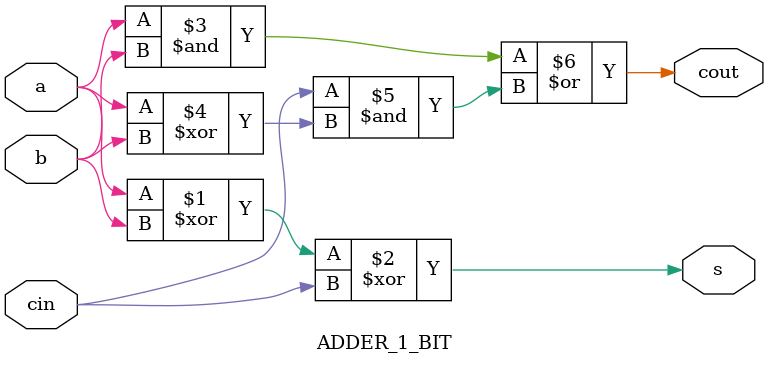
<source format=sv>
module ADDER_8_BIT	
(
	input logic [7:0]A,B,	//INPUT A AND B
	output logic [7:0]Sum, 	//RESULT
	output logic Carry_out, //FINAL CARRY OUT
	output logic V_flag		//OVER FLOW
);
	
wire c1,c2,c3,c4,c5,c6,c7,c8; //CARRY OUT

ADDER_1_BIT add0( .a(A[0]), .b(B[0] ),.cin(0), .s(Sum[0]), .cout(c1));
ADDER_1_BIT add1( .a(A[1]), .b(B[1] ),.cin(c1), .s(Sum[1]), .cout(c2));
ADDER_1_BIT add2( .a(A[2]), .b(B[2] ),.cin(c2), .s(Sum[2]), .cout(c3));
ADDER_1_BIT add3( .a(A[3]), .b(B[3] ),.cin(c3), .s(Sum[3]), .cout(c4));
ADDER_1_BIT add4( .a(A[4]), .b(B[4] ),.cin(c4), .s(Sum[4]), .cout(c5));
ADDER_1_BIT add5( .a(A[5]), .b(B[5] ),.cin(c5), .s(Sum[5]), .cout(c6));
ADDER_1_BIT add6( .a(A[6]), .b(B[6] ),.cin(c6), .s(Sum[6]), .cout(c7));
ADDER_1_BIT add7( .a(A[7]), .b(B[7] ),.cin(c7), .s(Sum[7]), .cout(c8));
assign Carry_out= c8;
assign V_flag = c7 ^ c8;
endmodule

module ADDER_1_BIT
(
	input logic a,
	input logic b,
	input logic cin,
	output logic s,
	output logic cout
);
assign s=a^b^cin;
assign cout = (a&b)|(cin &(a^b));
endmodule
</source>
